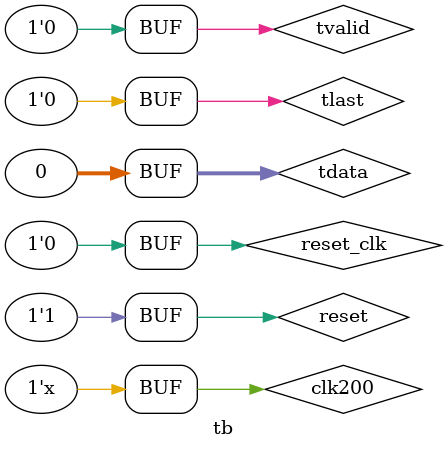
<source format=v>
`timescale 1ns / 1ps


module tb();

    reg [31:0] tdata;
    reg tlast;
    wire tready;
    reg tvalid;
    reg reset_clk;
    reg reset;
    reg clk200;
    wire clk32;
    wire [1:0] iq;
    
    design_1_wrapper u1
       (.S_AXIS_tdata(tdata),
        .S_AXIS_tlast(tlast),
        .S_AXIS_tready(tready),
        .S_AXIS_tvalid(tvalid),
        .clk32(clk32),
        .iq_txd(iq),
        .reset(reset_clk),
        .s_aclk(clk200),
        .s_aresetn(reset));
        
        always begin
        #2.5 clk200 =~clk200;
        end
        
        initial
        begin 
        tdata = 32'b0 ;
        tlast = 1'b0;
        tvalid= 1'b0;
        clk200 =1'b0;
        reset = 1'b1;
        reset_clk = 1'b0;
        #10 
        reset =1'b0;
        reset_clk =1'b1;
        
        #10
        reset =1'b1;
        reset_clk =1'b0;
        //1
        #75
        tdata = 32'd1431655765;//3
        tvalid =1'b1;
        #3
        tdata = 32'd0;
        tvalid =1'b0;
        //2
        #2
        tdata =32'd65535;//1
        tvalid =1'b1;
        #3
        tdata = 32'd0;
        tvalid =1'b0;
        //3
        #2
        tdata = 32'd4294901760;//2
        tvalid =1'b1;
        #3
        tdata = 32'd0;
        tvalid =1'b0;
        //4
        #2
        tdata = 32'd1431655765;
        tvalid =1'b1;
        #3
        tdata = 32'd0;
        tvalid =1'b0;
        //5
        #2
        tdata =32'd65535;
        tvalid =1'b1;
        #3
        tdata = 32'd0;
        tvalid =1'b0;
        //6
        #2
        tdata = 32'd4294901760;
        tvalid =1'b1;
        #3
        tdata = 32'd0;
        tvalid =1'b0;
        //7
        #2
        tdata =32'd1431655765;
        tvalid =1'b1;
        #3
        tdata = 32'd0;
        tvalid =1'b0;
        //8
        #2
        tdata = 32'd65535;
        tvalid =1'b1;
        #3
        tdata = 32'd0;
        tvalid =1'b0;
        //9
        #2
        tdata =32'd4294901760;
        tvalid =1'b1;
        #3
        tdata = 32'd0;
        tvalid =1'b0;
        //10
        #2
        tdata = 32'd1431786839;
        tvalid =1'b1;
        #3
        tdata = 32'd0;
        tvalid =1'b0;
        //11
        #2
        tdata = 32'd65535;
        tvalid =1'b1;
        #3
        tdata = 32'd0;
        tvalid =1'b0;
         //12
        #2
        tdata = 32'd1431655765;
        tvalid =1'b1;
        tlast = 1'b1;
        #3
        tdata = 32'd0;
        tvalid =1'b0;
        tlast = 1'b0;                          
        #10000;
        end
        
endmodule

</source>
